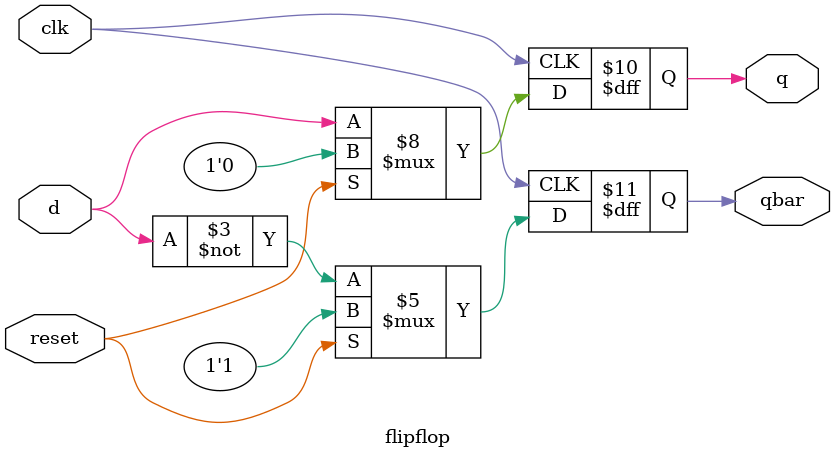
<source format=v>
module flipflop(d,clk,reset,q,qbar);

    input d, clk, reset;
    output reg q, qbar;
    
    always@(posedge clk)
        begin
        if(reset == 1)
            begin
                q <= 1'b0;
                qbar <= 1'b1;
            end
        else
            begin
                q <= d;      
                qbar <= ~d;  
            end 
        end

endmodule
</source>
